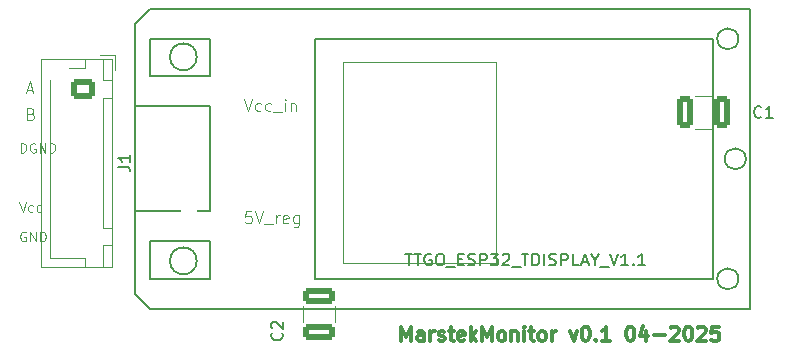
<source format=gto>
%TF.GenerationSoftware,KiCad,Pcbnew,9.0.0-9.0.0-2~ubuntu24.04.1*%
%TF.CreationDate,2025-03-28T20:06:40+01:00*%
%TF.ProjectId,MarstekMonitor,4d617273-7465-46b4-9d6f-6e69746f722e,rev?*%
%TF.SameCoordinates,Original*%
%TF.FileFunction,Legend,Top*%
%TF.FilePolarity,Positive*%
%FSLAX46Y46*%
G04 Gerber Fmt 4.6, Leading zero omitted, Abs format (unit mm)*
G04 Created by KiCad (PCBNEW 9.0.0-9.0.0-2~ubuntu24.04.1) date 2025-03-28 20:06:40*
%MOMM*%
%LPD*%
G01*
G04 APERTURE LIST*
G04 Aperture macros list*
%AMRoundRect*
0 Rectangle with rounded corners*
0 $1 Rounding radius*
0 $2 $3 $4 $5 $6 $7 $8 $9 X,Y pos of 4 corners*
0 Add a 4 corners polygon primitive as box body*
4,1,4,$2,$3,$4,$5,$6,$7,$8,$9,$2,$3,0*
0 Add four circle primitives for the rounded corners*
1,1,$1+$1,$2,$3*
1,1,$1+$1,$4,$5*
1,1,$1+$1,$6,$7*
1,1,$1+$1,$8,$9*
0 Add four rect primitives between the rounded corners*
20,1,$1+$1,$2,$3,$4,$5,0*
20,1,$1+$1,$4,$5,$6,$7,0*
20,1,$1+$1,$6,$7,$8,$9,0*
20,1,$1+$1,$8,$9,$2,$3,0*%
G04 Aperture macros list end*
%ADD10C,0.100000*%
%ADD11C,0.300000*%
%ADD12C,0.150000*%
%ADD13C,0.120000*%
%ADD14C,1.524000*%
%ADD15C,3.200000*%
%ADD16RoundRect,0.250000X-1.100000X0.412500X-1.100000X-0.412500X1.100000X-0.412500X1.100000X0.412500X0*%
%ADD17RoundRect,0.250000X-0.412500X-1.100000X0.412500X-1.100000X0.412500X1.100000X-0.412500X1.100000X0*%
%ADD18C,1.200000*%
%ADD19RoundRect,0.250000X-0.725000X0.600000X-0.725000X-0.600000X0.725000X-0.600000X0.725000X0.600000X0*%
%ADD20O,1.950000X1.700000*%
G04 APERTURE END LIST*
D10*
X107280074Y-83372419D02*
X106803884Y-83372419D01*
X106803884Y-83372419D02*
X106756265Y-83848609D01*
X106756265Y-83848609D02*
X106803884Y-83800990D01*
X106803884Y-83800990D02*
X106899122Y-83753371D01*
X106899122Y-83753371D02*
X107137217Y-83753371D01*
X107137217Y-83753371D02*
X107232455Y-83800990D01*
X107232455Y-83800990D02*
X107280074Y-83848609D01*
X107280074Y-83848609D02*
X107327693Y-83943847D01*
X107327693Y-83943847D02*
X107327693Y-84181942D01*
X107327693Y-84181942D02*
X107280074Y-84277180D01*
X107280074Y-84277180D02*
X107232455Y-84324800D01*
X107232455Y-84324800D02*
X107137217Y-84372419D01*
X107137217Y-84372419D02*
X106899122Y-84372419D01*
X106899122Y-84372419D02*
X106803884Y-84324800D01*
X106803884Y-84324800D02*
X106756265Y-84277180D01*
X107613408Y-83372419D02*
X107946741Y-84372419D01*
X107946741Y-84372419D02*
X108280074Y-83372419D01*
X108375313Y-84467657D02*
X109137217Y-84467657D01*
X109375313Y-84372419D02*
X109375313Y-83705752D01*
X109375313Y-83896228D02*
X109422932Y-83800990D01*
X109422932Y-83800990D02*
X109470551Y-83753371D01*
X109470551Y-83753371D02*
X109565789Y-83705752D01*
X109565789Y-83705752D02*
X109661027Y-83705752D01*
X110375313Y-84324800D02*
X110280075Y-84372419D01*
X110280075Y-84372419D02*
X110089599Y-84372419D01*
X110089599Y-84372419D02*
X109994361Y-84324800D01*
X109994361Y-84324800D02*
X109946742Y-84229561D01*
X109946742Y-84229561D02*
X109946742Y-83848609D01*
X109946742Y-83848609D02*
X109994361Y-83753371D01*
X109994361Y-83753371D02*
X110089599Y-83705752D01*
X110089599Y-83705752D02*
X110280075Y-83705752D01*
X110280075Y-83705752D02*
X110375313Y-83753371D01*
X110375313Y-83753371D02*
X110422932Y-83848609D01*
X110422932Y-83848609D02*
X110422932Y-83943847D01*
X110422932Y-83943847D02*
X109946742Y-84039085D01*
X111280075Y-83705752D02*
X111280075Y-84515276D01*
X111280075Y-84515276D02*
X111232456Y-84610514D01*
X111232456Y-84610514D02*
X111184837Y-84658133D01*
X111184837Y-84658133D02*
X111089599Y-84705752D01*
X111089599Y-84705752D02*
X110946742Y-84705752D01*
X110946742Y-84705752D02*
X110851504Y-84658133D01*
X111280075Y-84324800D02*
X111184837Y-84372419D01*
X111184837Y-84372419D02*
X110994361Y-84372419D01*
X110994361Y-84372419D02*
X110899123Y-84324800D01*
X110899123Y-84324800D02*
X110851504Y-84277180D01*
X110851504Y-84277180D02*
X110803885Y-84181942D01*
X110803885Y-84181942D02*
X110803885Y-83896228D01*
X110803885Y-83896228D02*
X110851504Y-83800990D01*
X110851504Y-83800990D02*
X110899123Y-83753371D01*
X110899123Y-83753371D02*
X110994361Y-83705752D01*
X110994361Y-83705752D02*
X111184837Y-83705752D01*
X111184837Y-83705752D02*
X111280075Y-83753371D01*
X106661027Y-73872419D02*
X106994360Y-74872419D01*
X106994360Y-74872419D02*
X107327693Y-73872419D01*
X108089598Y-74824800D02*
X107994360Y-74872419D01*
X107994360Y-74872419D02*
X107803884Y-74872419D01*
X107803884Y-74872419D02*
X107708646Y-74824800D01*
X107708646Y-74824800D02*
X107661027Y-74777180D01*
X107661027Y-74777180D02*
X107613408Y-74681942D01*
X107613408Y-74681942D02*
X107613408Y-74396228D01*
X107613408Y-74396228D02*
X107661027Y-74300990D01*
X107661027Y-74300990D02*
X107708646Y-74253371D01*
X107708646Y-74253371D02*
X107803884Y-74205752D01*
X107803884Y-74205752D02*
X107994360Y-74205752D01*
X107994360Y-74205752D02*
X108089598Y-74253371D01*
X108946741Y-74824800D02*
X108851503Y-74872419D01*
X108851503Y-74872419D02*
X108661027Y-74872419D01*
X108661027Y-74872419D02*
X108565789Y-74824800D01*
X108565789Y-74824800D02*
X108518170Y-74777180D01*
X108518170Y-74777180D02*
X108470551Y-74681942D01*
X108470551Y-74681942D02*
X108470551Y-74396228D01*
X108470551Y-74396228D02*
X108518170Y-74300990D01*
X108518170Y-74300990D02*
X108565789Y-74253371D01*
X108565789Y-74253371D02*
X108661027Y-74205752D01*
X108661027Y-74205752D02*
X108851503Y-74205752D01*
X108851503Y-74205752D02*
X108946741Y-74253371D01*
X109137218Y-74967657D02*
X109899122Y-74967657D01*
X110137218Y-74872419D02*
X110137218Y-74205752D01*
X110137218Y-73872419D02*
X110089599Y-73920038D01*
X110089599Y-73920038D02*
X110137218Y-73967657D01*
X110137218Y-73967657D02*
X110184837Y-73920038D01*
X110184837Y-73920038D02*
X110137218Y-73872419D01*
X110137218Y-73872419D02*
X110137218Y-73967657D01*
X110613408Y-74205752D02*
X110613408Y-74872419D01*
X110613408Y-74300990D02*
X110661027Y-74253371D01*
X110661027Y-74253371D02*
X110756265Y-74205752D01*
X110756265Y-74205752D02*
X110899122Y-74205752D01*
X110899122Y-74205752D02*
X110994360Y-74253371D01*
X110994360Y-74253371D02*
X111041979Y-74348609D01*
X111041979Y-74348609D02*
X111041979Y-74872419D01*
X87756265Y-78396895D02*
X87756265Y-77596895D01*
X87756265Y-77596895D02*
X87946741Y-77596895D01*
X87946741Y-77596895D02*
X88061027Y-77634990D01*
X88061027Y-77634990D02*
X88137217Y-77711180D01*
X88137217Y-77711180D02*
X88175312Y-77787371D01*
X88175312Y-77787371D02*
X88213408Y-77939752D01*
X88213408Y-77939752D02*
X88213408Y-78054038D01*
X88213408Y-78054038D02*
X88175312Y-78206419D01*
X88175312Y-78206419D02*
X88137217Y-78282609D01*
X88137217Y-78282609D02*
X88061027Y-78358800D01*
X88061027Y-78358800D02*
X87946741Y-78396895D01*
X87946741Y-78396895D02*
X87756265Y-78396895D01*
X88975312Y-77634990D02*
X88899122Y-77596895D01*
X88899122Y-77596895D02*
X88784836Y-77596895D01*
X88784836Y-77596895D02*
X88670550Y-77634990D01*
X88670550Y-77634990D02*
X88594360Y-77711180D01*
X88594360Y-77711180D02*
X88556265Y-77787371D01*
X88556265Y-77787371D02*
X88518169Y-77939752D01*
X88518169Y-77939752D02*
X88518169Y-78054038D01*
X88518169Y-78054038D02*
X88556265Y-78206419D01*
X88556265Y-78206419D02*
X88594360Y-78282609D01*
X88594360Y-78282609D02*
X88670550Y-78358800D01*
X88670550Y-78358800D02*
X88784836Y-78396895D01*
X88784836Y-78396895D02*
X88861027Y-78396895D01*
X88861027Y-78396895D02*
X88975312Y-78358800D01*
X88975312Y-78358800D02*
X89013408Y-78320704D01*
X89013408Y-78320704D02*
X89013408Y-78054038D01*
X89013408Y-78054038D02*
X88861027Y-78054038D01*
X89356265Y-78396895D02*
X89356265Y-77596895D01*
X89356265Y-77596895D02*
X89813408Y-78396895D01*
X89813408Y-78396895D02*
X89813408Y-77596895D01*
X90194360Y-78396895D02*
X90194360Y-77596895D01*
X90194360Y-77596895D02*
X90384836Y-77596895D01*
X90384836Y-77596895D02*
X90499122Y-77634990D01*
X90499122Y-77634990D02*
X90575312Y-77711180D01*
X90575312Y-77711180D02*
X90613407Y-77787371D01*
X90613407Y-77787371D02*
X90651503Y-77939752D01*
X90651503Y-77939752D02*
X90651503Y-78054038D01*
X90651503Y-78054038D02*
X90613407Y-78206419D01*
X90613407Y-78206419D02*
X90575312Y-78282609D01*
X90575312Y-78282609D02*
X90499122Y-78358800D01*
X90499122Y-78358800D02*
X90384836Y-78396895D01*
X90384836Y-78396895D02*
X90194360Y-78396895D01*
X88175312Y-85134990D02*
X88099122Y-85096895D01*
X88099122Y-85096895D02*
X87984836Y-85096895D01*
X87984836Y-85096895D02*
X87870550Y-85134990D01*
X87870550Y-85134990D02*
X87794360Y-85211180D01*
X87794360Y-85211180D02*
X87756265Y-85287371D01*
X87756265Y-85287371D02*
X87718169Y-85439752D01*
X87718169Y-85439752D02*
X87718169Y-85554038D01*
X87718169Y-85554038D02*
X87756265Y-85706419D01*
X87756265Y-85706419D02*
X87794360Y-85782609D01*
X87794360Y-85782609D02*
X87870550Y-85858800D01*
X87870550Y-85858800D02*
X87984836Y-85896895D01*
X87984836Y-85896895D02*
X88061027Y-85896895D01*
X88061027Y-85896895D02*
X88175312Y-85858800D01*
X88175312Y-85858800D02*
X88213408Y-85820704D01*
X88213408Y-85820704D02*
X88213408Y-85554038D01*
X88213408Y-85554038D02*
X88061027Y-85554038D01*
X88556265Y-85896895D02*
X88556265Y-85096895D01*
X88556265Y-85096895D02*
X89013408Y-85896895D01*
X89013408Y-85896895D02*
X89013408Y-85096895D01*
X89394360Y-85896895D02*
X89394360Y-85096895D01*
X89394360Y-85096895D02*
X89584836Y-85096895D01*
X89584836Y-85096895D02*
X89699122Y-85134990D01*
X89699122Y-85134990D02*
X89775312Y-85211180D01*
X89775312Y-85211180D02*
X89813407Y-85287371D01*
X89813407Y-85287371D02*
X89851503Y-85439752D01*
X89851503Y-85439752D02*
X89851503Y-85554038D01*
X89851503Y-85554038D02*
X89813407Y-85706419D01*
X89813407Y-85706419D02*
X89775312Y-85782609D01*
X89775312Y-85782609D02*
X89699122Y-85858800D01*
X89699122Y-85858800D02*
X89584836Y-85896895D01*
X89584836Y-85896895D02*
X89394360Y-85896895D01*
X87641979Y-82596895D02*
X87908646Y-83396895D01*
X87908646Y-83396895D02*
X88175312Y-82596895D01*
X88784836Y-83358800D02*
X88708645Y-83396895D01*
X88708645Y-83396895D02*
X88556264Y-83396895D01*
X88556264Y-83396895D02*
X88480074Y-83358800D01*
X88480074Y-83358800D02*
X88441979Y-83320704D01*
X88441979Y-83320704D02*
X88403883Y-83244514D01*
X88403883Y-83244514D02*
X88403883Y-83015942D01*
X88403883Y-83015942D02*
X88441979Y-82939752D01*
X88441979Y-82939752D02*
X88480074Y-82901657D01*
X88480074Y-82901657D02*
X88556264Y-82863561D01*
X88556264Y-82863561D02*
X88708645Y-82863561D01*
X88708645Y-82863561D02*
X88784836Y-82901657D01*
X89470550Y-83358800D02*
X89394359Y-83396895D01*
X89394359Y-83396895D02*
X89241978Y-83396895D01*
X89241978Y-83396895D02*
X89165788Y-83358800D01*
X89165788Y-83358800D02*
X89127693Y-83320704D01*
X89127693Y-83320704D02*
X89089597Y-83244514D01*
X89089597Y-83244514D02*
X89089597Y-83015942D01*
X89089597Y-83015942D02*
X89127693Y-82939752D01*
X89127693Y-82939752D02*
X89165788Y-82901657D01*
X89165788Y-82901657D02*
X89241978Y-82863561D01*
X89241978Y-82863561D02*
X89394359Y-82863561D01*
X89394359Y-82863561D02*
X89470550Y-82901657D01*
X88637217Y-75103609D02*
X88780074Y-75151228D01*
X88780074Y-75151228D02*
X88827693Y-75198847D01*
X88827693Y-75198847D02*
X88875312Y-75294085D01*
X88875312Y-75294085D02*
X88875312Y-75436942D01*
X88875312Y-75436942D02*
X88827693Y-75532180D01*
X88827693Y-75532180D02*
X88780074Y-75579800D01*
X88780074Y-75579800D02*
X88684836Y-75627419D01*
X88684836Y-75627419D02*
X88303884Y-75627419D01*
X88303884Y-75627419D02*
X88303884Y-74627419D01*
X88303884Y-74627419D02*
X88637217Y-74627419D01*
X88637217Y-74627419D02*
X88732455Y-74675038D01*
X88732455Y-74675038D02*
X88780074Y-74722657D01*
X88780074Y-74722657D02*
X88827693Y-74817895D01*
X88827693Y-74817895D02*
X88827693Y-74913133D01*
X88827693Y-74913133D02*
X88780074Y-75008371D01*
X88780074Y-75008371D02*
X88732455Y-75055990D01*
X88732455Y-75055990D02*
X88637217Y-75103609D01*
X88637217Y-75103609D02*
X88303884Y-75103609D01*
X88256265Y-73086704D02*
X88732455Y-73086704D01*
X88161027Y-73372419D02*
X88494360Y-72372419D01*
X88494360Y-72372419D02*
X88827693Y-73372419D01*
D11*
X119983082Y-94337542D02*
X119983082Y-93137542D01*
X119983082Y-93137542D02*
X120383082Y-93994685D01*
X120383082Y-93994685D02*
X120783082Y-93137542D01*
X120783082Y-93137542D02*
X120783082Y-94337542D01*
X121868797Y-94337542D02*
X121868797Y-93708971D01*
X121868797Y-93708971D02*
X121811654Y-93594685D01*
X121811654Y-93594685D02*
X121697368Y-93537542D01*
X121697368Y-93537542D02*
X121468797Y-93537542D01*
X121468797Y-93537542D02*
X121354511Y-93594685D01*
X121868797Y-94280400D02*
X121754511Y-94337542D01*
X121754511Y-94337542D02*
X121468797Y-94337542D01*
X121468797Y-94337542D02*
X121354511Y-94280400D01*
X121354511Y-94280400D02*
X121297368Y-94166114D01*
X121297368Y-94166114D02*
X121297368Y-94051828D01*
X121297368Y-94051828D02*
X121354511Y-93937542D01*
X121354511Y-93937542D02*
X121468797Y-93880400D01*
X121468797Y-93880400D02*
X121754511Y-93880400D01*
X121754511Y-93880400D02*
X121868797Y-93823257D01*
X122440225Y-94337542D02*
X122440225Y-93537542D01*
X122440225Y-93766114D02*
X122497368Y-93651828D01*
X122497368Y-93651828D02*
X122554511Y-93594685D01*
X122554511Y-93594685D02*
X122668796Y-93537542D01*
X122668796Y-93537542D02*
X122783082Y-93537542D01*
X123125939Y-94280400D02*
X123240225Y-94337542D01*
X123240225Y-94337542D02*
X123468796Y-94337542D01*
X123468796Y-94337542D02*
X123583082Y-94280400D01*
X123583082Y-94280400D02*
X123640225Y-94166114D01*
X123640225Y-94166114D02*
X123640225Y-94108971D01*
X123640225Y-94108971D02*
X123583082Y-93994685D01*
X123583082Y-93994685D02*
X123468796Y-93937542D01*
X123468796Y-93937542D02*
X123297368Y-93937542D01*
X123297368Y-93937542D02*
X123183082Y-93880400D01*
X123183082Y-93880400D02*
X123125939Y-93766114D01*
X123125939Y-93766114D02*
X123125939Y-93708971D01*
X123125939Y-93708971D02*
X123183082Y-93594685D01*
X123183082Y-93594685D02*
X123297368Y-93537542D01*
X123297368Y-93537542D02*
X123468796Y-93537542D01*
X123468796Y-93537542D02*
X123583082Y-93594685D01*
X123983082Y-93537542D02*
X124440225Y-93537542D01*
X124154511Y-93137542D02*
X124154511Y-94166114D01*
X124154511Y-94166114D02*
X124211654Y-94280400D01*
X124211654Y-94280400D02*
X124325939Y-94337542D01*
X124325939Y-94337542D02*
X124440225Y-94337542D01*
X125297368Y-94280400D02*
X125183082Y-94337542D01*
X125183082Y-94337542D02*
X124954511Y-94337542D01*
X124954511Y-94337542D02*
X124840225Y-94280400D01*
X124840225Y-94280400D02*
X124783082Y-94166114D01*
X124783082Y-94166114D02*
X124783082Y-93708971D01*
X124783082Y-93708971D02*
X124840225Y-93594685D01*
X124840225Y-93594685D02*
X124954511Y-93537542D01*
X124954511Y-93537542D02*
X125183082Y-93537542D01*
X125183082Y-93537542D02*
X125297368Y-93594685D01*
X125297368Y-93594685D02*
X125354511Y-93708971D01*
X125354511Y-93708971D02*
X125354511Y-93823257D01*
X125354511Y-93823257D02*
X124783082Y-93937542D01*
X125868796Y-94337542D02*
X125868796Y-93137542D01*
X125983082Y-93880400D02*
X126325939Y-94337542D01*
X126325939Y-93537542D02*
X125868796Y-93994685D01*
X126840225Y-94337542D02*
X126840225Y-93137542D01*
X126840225Y-93137542D02*
X127240225Y-93994685D01*
X127240225Y-93994685D02*
X127640225Y-93137542D01*
X127640225Y-93137542D02*
X127640225Y-94337542D01*
X128383082Y-94337542D02*
X128268797Y-94280400D01*
X128268797Y-94280400D02*
X128211654Y-94223257D01*
X128211654Y-94223257D02*
X128154511Y-94108971D01*
X128154511Y-94108971D02*
X128154511Y-93766114D01*
X128154511Y-93766114D02*
X128211654Y-93651828D01*
X128211654Y-93651828D02*
X128268797Y-93594685D01*
X128268797Y-93594685D02*
X128383082Y-93537542D01*
X128383082Y-93537542D02*
X128554511Y-93537542D01*
X128554511Y-93537542D02*
X128668797Y-93594685D01*
X128668797Y-93594685D02*
X128725940Y-93651828D01*
X128725940Y-93651828D02*
X128783082Y-93766114D01*
X128783082Y-93766114D02*
X128783082Y-94108971D01*
X128783082Y-94108971D02*
X128725940Y-94223257D01*
X128725940Y-94223257D02*
X128668797Y-94280400D01*
X128668797Y-94280400D02*
X128554511Y-94337542D01*
X128554511Y-94337542D02*
X128383082Y-94337542D01*
X129297368Y-93537542D02*
X129297368Y-94337542D01*
X129297368Y-93651828D02*
X129354511Y-93594685D01*
X129354511Y-93594685D02*
X129468796Y-93537542D01*
X129468796Y-93537542D02*
X129640225Y-93537542D01*
X129640225Y-93537542D02*
X129754511Y-93594685D01*
X129754511Y-93594685D02*
X129811654Y-93708971D01*
X129811654Y-93708971D02*
X129811654Y-94337542D01*
X130383082Y-94337542D02*
X130383082Y-93537542D01*
X130383082Y-93137542D02*
X130325939Y-93194685D01*
X130325939Y-93194685D02*
X130383082Y-93251828D01*
X130383082Y-93251828D02*
X130440225Y-93194685D01*
X130440225Y-93194685D02*
X130383082Y-93137542D01*
X130383082Y-93137542D02*
X130383082Y-93251828D01*
X130783082Y-93537542D02*
X131240225Y-93537542D01*
X130954511Y-93137542D02*
X130954511Y-94166114D01*
X130954511Y-94166114D02*
X131011654Y-94280400D01*
X131011654Y-94280400D02*
X131125939Y-94337542D01*
X131125939Y-94337542D02*
X131240225Y-94337542D01*
X131811653Y-94337542D02*
X131697368Y-94280400D01*
X131697368Y-94280400D02*
X131640225Y-94223257D01*
X131640225Y-94223257D02*
X131583082Y-94108971D01*
X131583082Y-94108971D02*
X131583082Y-93766114D01*
X131583082Y-93766114D02*
X131640225Y-93651828D01*
X131640225Y-93651828D02*
X131697368Y-93594685D01*
X131697368Y-93594685D02*
X131811653Y-93537542D01*
X131811653Y-93537542D02*
X131983082Y-93537542D01*
X131983082Y-93537542D02*
X132097368Y-93594685D01*
X132097368Y-93594685D02*
X132154511Y-93651828D01*
X132154511Y-93651828D02*
X132211653Y-93766114D01*
X132211653Y-93766114D02*
X132211653Y-94108971D01*
X132211653Y-94108971D02*
X132154511Y-94223257D01*
X132154511Y-94223257D02*
X132097368Y-94280400D01*
X132097368Y-94280400D02*
X131983082Y-94337542D01*
X131983082Y-94337542D02*
X131811653Y-94337542D01*
X132725939Y-94337542D02*
X132725939Y-93537542D01*
X132725939Y-93766114D02*
X132783082Y-93651828D01*
X132783082Y-93651828D02*
X132840225Y-93594685D01*
X132840225Y-93594685D02*
X132954510Y-93537542D01*
X132954510Y-93537542D02*
X133068796Y-93537542D01*
X134268796Y-93537542D02*
X134554510Y-94337542D01*
X134554510Y-94337542D02*
X134840225Y-93537542D01*
X135525939Y-93137542D02*
X135640225Y-93137542D01*
X135640225Y-93137542D02*
X135754511Y-93194685D01*
X135754511Y-93194685D02*
X135811654Y-93251828D01*
X135811654Y-93251828D02*
X135868796Y-93366114D01*
X135868796Y-93366114D02*
X135925939Y-93594685D01*
X135925939Y-93594685D02*
X135925939Y-93880400D01*
X135925939Y-93880400D02*
X135868796Y-94108971D01*
X135868796Y-94108971D02*
X135811654Y-94223257D01*
X135811654Y-94223257D02*
X135754511Y-94280400D01*
X135754511Y-94280400D02*
X135640225Y-94337542D01*
X135640225Y-94337542D02*
X135525939Y-94337542D01*
X135525939Y-94337542D02*
X135411654Y-94280400D01*
X135411654Y-94280400D02*
X135354511Y-94223257D01*
X135354511Y-94223257D02*
X135297368Y-94108971D01*
X135297368Y-94108971D02*
X135240225Y-93880400D01*
X135240225Y-93880400D02*
X135240225Y-93594685D01*
X135240225Y-93594685D02*
X135297368Y-93366114D01*
X135297368Y-93366114D02*
X135354511Y-93251828D01*
X135354511Y-93251828D02*
X135411654Y-93194685D01*
X135411654Y-93194685D02*
X135525939Y-93137542D01*
X136440225Y-94223257D02*
X136497368Y-94280400D01*
X136497368Y-94280400D02*
X136440225Y-94337542D01*
X136440225Y-94337542D02*
X136383082Y-94280400D01*
X136383082Y-94280400D02*
X136440225Y-94223257D01*
X136440225Y-94223257D02*
X136440225Y-94337542D01*
X137640225Y-94337542D02*
X136954511Y-94337542D01*
X137297368Y-94337542D02*
X137297368Y-93137542D01*
X137297368Y-93137542D02*
X137183082Y-93308971D01*
X137183082Y-93308971D02*
X137068797Y-93423257D01*
X137068797Y-93423257D02*
X136954511Y-93480400D01*
X139297368Y-93137542D02*
X139411654Y-93137542D01*
X139411654Y-93137542D02*
X139525940Y-93194685D01*
X139525940Y-93194685D02*
X139583083Y-93251828D01*
X139583083Y-93251828D02*
X139640225Y-93366114D01*
X139640225Y-93366114D02*
X139697368Y-93594685D01*
X139697368Y-93594685D02*
X139697368Y-93880400D01*
X139697368Y-93880400D02*
X139640225Y-94108971D01*
X139640225Y-94108971D02*
X139583083Y-94223257D01*
X139583083Y-94223257D02*
X139525940Y-94280400D01*
X139525940Y-94280400D02*
X139411654Y-94337542D01*
X139411654Y-94337542D02*
X139297368Y-94337542D01*
X139297368Y-94337542D02*
X139183083Y-94280400D01*
X139183083Y-94280400D02*
X139125940Y-94223257D01*
X139125940Y-94223257D02*
X139068797Y-94108971D01*
X139068797Y-94108971D02*
X139011654Y-93880400D01*
X139011654Y-93880400D02*
X139011654Y-93594685D01*
X139011654Y-93594685D02*
X139068797Y-93366114D01*
X139068797Y-93366114D02*
X139125940Y-93251828D01*
X139125940Y-93251828D02*
X139183083Y-93194685D01*
X139183083Y-93194685D02*
X139297368Y-93137542D01*
X140725940Y-93537542D02*
X140725940Y-94337542D01*
X140440225Y-93080400D02*
X140154511Y-93937542D01*
X140154511Y-93937542D02*
X140897368Y-93937542D01*
X141354511Y-93880400D02*
X142268797Y-93880400D01*
X142783082Y-93251828D02*
X142840225Y-93194685D01*
X142840225Y-93194685D02*
X142954511Y-93137542D01*
X142954511Y-93137542D02*
X143240225Y-93137542D01*
X143240225Y-93137542D02*
X143354511Y-93194685D01*
X143354511Y-93194685D02*
X143411653Y-93251828D01*
X143411653Y-93251828D02*
X143468796Y-93366114D01*
X143468796Y-93366114D02*
X143468796Y-93480400D01*
X143468796Y-93480400D02*
X143411653Y-93651828D01*
X143411653Y-93651828D02*
X142725939Y-94337542D01*
X142725939Y-94337542D02*
X143468796Y-94337542D01*
X144211653Y-93137542D02*
X144325939Y-93137542D01*
X144325939Y-93137542D02*
X144440225Y-93194685D01*
X144440225Y-93194685D02*
X144497368Y-93251828D01*
X144497368Y-93251828D02*
X144554510Y-93366114D01*
X144554510Y-93366114D02*
X144611653Y-93594685D01*
X144611653Y-93594685D02*
X144611653Y-93880400D01*
X144611653Y-93880400D02*
X144554510Y-94108971D01*
X144554510Y-94108971D02*
X144497368Y-94223257D01*
X144497368Y-94223257D02*
X144440225Y-94280400D01*
X144440225Y-94280400D02*
X144325939Y-94337542D01*
X144325939Y-94337542D02*
X144211653Y-94337542D01*
X144211653Y-94337542D02*
X144097368Y-94280400D01*
X144097368Y-94280400D02*
X144040225Y-94223257D01*
X144040225Y-94223257D02*
X143983082Y-94108971D01*
X143983082Y-94108971D02*
X143925939Y-93880400D01*
X143925939Y-93880400D02*
X143925939Y-93594685D01*
X143925939Y-93594685D02*
X143983082Y-93366114D01*
X143983082Y-93366114D02*
X144040225Y-93251828D01*
X144040225Y-93251828D02*
X144097368Y-93194685D01*
X144097368Y-93194685D02*
X144211653Y-93137542D01*
X145068796Y-93251828D02*
X145125939Y-93194685D01*
X145125939Y-93194685D02*
X145240225Y-93137542D01*
X145240225Y-93137542D02*
X145525939Y-93137542D01*
X145525939Y-93137542D02*
X145640225Y-93194685D01*
X145640225Y-93194685D02*
X145697367Y-93251828D01*
X145697367Y-93251828D02*
X145754510Y-93366114D01*
X145754510Y-93366114D02*
X145754510Y-93480400D01*
X145754510Y-93480400D02*
X145697367Y-93651828D01*
X145697367Y-93651828D02*
X145011653Y-94337542D01*
X145011653Y-94337542D02*
X145754510Y-94337542D01*
X146840224Y-93137542D02*
X146268796Y-93137542D01*
X146268796Y-93137542D02*
X146211653Y-93708971D01*
X146211653Y-93708971D02*
X146268796Y-93651828D01*
X146268796Y-93651828D02*
X146383082Y-93594685D01*
X146383082Y-93594685D02*
X146668796Y-93594685D01*
X146668796Y-93594685D02*
X146783082Y-93651828D01*
X146783082Y-93651828D02*
X146840224Y-93708971D01*
X146840224Y-93708971D02*
X146897367Y-93823257D01*
X146897367Y-93823257D02*
X146897367Y-94108971D01*
X146897367Y-94108971D02*
X146840224Y-94223257D01*
X146840224Y-94223257D02*
X146783082Y-94280400D01*
X146783082Y-94280400D02*
X146668796Y-94337542D01*
X146668796Y-94337542D02*
X146383082Y-94337542D01*
X146383082Y-94337542D02*
X146268796Y-94280400D01*
X146268796Y-94280400D02*
X146211653Y-94223257D01*
D12*
X109859580Y-93666666D02*
X109907200Y-93714285D01*
X109907200Y-93714285D02*
X109954819Y-93857142D01*
X109954819Y-93857142D02*
X109954819Y-93952380D01*
X109954819Y-93952380D02*
X109907200Y-94095237D01*
X109907200Y-94095237D02*
X109811961Y-94190475D01*
X109811961Y-94190475D02*
X109716723Y-94238094D01*
X109716723Y-94238094D02*
X109526247Y-94285713D01*
X109526247Y-94285713D02*
X109383390Y-94285713D01*
X109383390Y-94285713D02*
X109192914Y-94238094D01*
X109192914Y-94238094D02*
X109097676Y-94190475D01*
X109097676Y-94190475D02*
X109002438Y-94095237D01*
X109002438Y-94095237D02*
X108954819Y-93952380D01*
X108954819Y-93952380D02*
X108954819Y-93857142D01*
X108954819Y-93857142D02*
X109002438Y-93714285D01*
X109002438Y-93714285D02*
X109050057Y-93666666D01*
X109050057Y-93285713D02*
X109002438Y-93238094D01*
X109002438Y-93238094D02*
X108954819Y-93142856D01*
X108954819Y-93142856D02*
X108954819Y-92904761D01*
X108954819Y-92904761D02*
X109002438Y-92809523D01*
X109002438Y-92809523D02*
X109050057Y-92761904D01*
X109050057Y-92761904D02*
X109145295Y-92714285D01*
X109145295Y-92714285D02*
X109240533Y-92714285D01*
X109240533Y-92714285D02*
X109383390Y-92761904D01*
X109383390Y-92761904D02*
X109954819Y-93333332D01*
X109954819Y-93333332D02*
X109954819Y-92714285D01*
X150458333Y-75359580D02*
X150410714Y-75407200D01*
X150410714Y-75407200D02*
X150267857Y-75454819D01*
X150267857Y-75454819D02*
X150172619Y-75454819D01*
X150172619Y-75454819D02*
X150029762Y-75407200D01*
X150029762Y-75407200D02*
X149934524Y-75311961D01*
X149934524Y-75311961D02*
X149886905Y-75216723D01*
X149886905Y-75216723D02*
X149839286Y-75026247D01*
X149839286Y-75026247D02*
X149839286Y-74883390D01*
X149839286Y-74883390D02*
X149886905Y-74692914D01*
X149886905Y-74692914D02*
X149934524Y-74597676D01*
X149934524Y-74597676D02*
X150029762Y-74502438D01*
X150029762Y-74502438D02*
X150172619Y-74454819D01*
X150172619Y-74454819D02*
X150267857Y-74454819D01*
X150267857Y-74454819D02*
X150410714Y-74502438D01*
X150410714Y-74502438D02*
X150458333Y-74550057D01*
X151410714Y-75454819D02*
X150839286Y-75454819D01*
X151125000Y-75454819D02*
X151125000Y-74454819D01*
X151125000Y-74454819D02*
X151029762Y-74597676D01*
X151029762Y-74597676D02*
X150934524Y-74692914D01*
X150934524Y-74692914D02*
X150839286Y-74740533D01*
X96004819Y-79583333D02*
X96719104Y-79583333D01*
X96719104Y-79583333D02*
X96861961Y-79630952D01*
X96861961Y-79630952D02*
X96957200Y-79726190D01*
X96957200Y-79726190D02*
X97004819Y-79869047D01*
X97004819Y-79869047D02*
X97004819Y-79964285D01*
X97004819Y-78583333D02*
X97004819Y-79154761D01*
X97004819Y-78869047D02*
X96004819Y-78869047D01*
X96004819Y-78869047D02*
X96147676Y-78964285D01*
X96147676Y-78964285D02*
X96242914Y-79059523D01*
X96242914Y-79059523D02*
X96290533Y-79154761D01*
X120309523Y-86954819D02*
X120880951Y-86954819D01*
X120595237Y-87954819D02*
X120595237Y-86954819D01*
X121071428Y-86954819D02*
X121642856Y-86954819D01*
X121357142Y-87954819D02*
X121357142Y-86954819D01*
X122499999Y-87002438D02*
X122404761Y-86954819D01*
X122404761Y-86954819D02*
X122261904Y-86954819D01*
X122261904Y-86954819D02*
X122119047Y-87002438D01*
X122119047Y-87002438D02*
X122023809Y-87097676D01*
X122023809Y-87097676D02*
X121976190Y-87192914D01*
X121976190Y-87192914D02*
X121928571Y-87383390D01*
X121928571Y-87383390D02*
X121928571Y-87526247D01*
X121928571Y-87526247D02*
X121976190Y-87716723D01*
X121976190Y-87716723D02*
X122023809Y-87811961D01*
X122023809Y-87811961D02*
X122119047Y-87907200D01*
X122119047Y-87907200D02*
X122261904Y-87954819D01*
X122261904Y-87954819D02*
X122357142Y-87954819D01*
X122357142Y-87954819D02*
X122499999Y-87907200D01*
X122499999Y-87907200D02*
X122547618Y-87859580D01*
X122547618Y-87859580D02*
X122547618Y-87526247D01*
X122547618Y-87526247D02*
X122357142Y-87526247D01*
X123166666Y-86954819D02*
X123357142Y-86954819D01*
X123357142Y-86954819D02*
X123452380Y-87002438D01*
X123452380Y-87002438D02*
X123547618Y-87097676D01*
X123547618Y-87097676D02*
X123595237Y-87288152D01*
X123595237Y-87288152D02*
X123595237Y-87621485D01*
X123595237Y-87621485D02*
X123547618Y-87811961D01*
X123547618Y-87811961D02*
X123452380Y-87907200D01*
X123452380Y-87907200D02*
X123357142Y-87954819D01*
X123357142Y-87954819D02*
X123166666Y-87954819D01*
X123166666Y-87954819D02*
X123071428Y-87907200D01*
X123071428Y-87907200D02*
X122976190Y-87811961D01*
X122976190Y-87811961D02*
X122928571Y-87621485D01*
X122928571Y-87621485D02*
X122928571Y-87288152D01*
X122928571Y-87288152D02*
X122976190Y-87097676D01*
X122976190Y-87097676D02*
X123071428Y-87002438D01*
X123071428Y-87002438D02*
X123166666Y-86954819D01*
X123785714Y-88050057D02*
X124547618Y-88050057D01*
X124785714Y-87431009D02*
X125119047Y-87431009D01*
X125261904Y-87954819D02*
X124785714Y-87954819D01*
X124785714Y-87954819D02*
X124785714Y-86954819D01*
X124785714Y-86954819D02*
X125261904Y-86954819D01*
X125642857Y-87907200D02*
X125785714Y-87954819D01*
X125785714Y-87954819D02*
X126023809Y-87954819D01*
X126023809Y-87954819D02*
X126119047Y-87907200D01*
X126119047Y-87907200D02*
X126166666Y-87859580D01*
X126166666Y-87859580D02*
X126214285Y-87764342D01*
X126214285Y-87764342D02*
X126214285Y-87669104D01*
X126214285Y-87669104D02*
X126166666Y-87573866D01*
X126166666Y-87573866D02*
X126119047Y-87526247D01*
X126119047Y-87526247D02*
X126023809Y-87478628D01*
X126023809Y-87478628D02*
X125833333Y-87431009D01*
X125833333Y-87431009D02*
X125738095Y-87383390D01*
X125738095Y-87383390D02*
X125690476Y-87335771D01*
X125690476Y-87335771D02*
X125642857Y-87240533D01*
X125642857Y-87240533D02*
X125642857Y-87145295D01*
X125642857Y-87145295D02*
X125690476Y-87050057D01*
X125690476Y-87050057D02*
X125738095Y-87002438D01*
X125738095Y-87002438D02*
X125833333Y-86954819D01*
X125833333Y-86954819D02*
X126071428Y-86954819D01*
X126071428Y-86954819D02*
X126214285Y-87002438D01*
X126642857Y-87954819D02*
X126642857Y-86954819D01*
X126642857Y-86954819D02*
X127023809Y-86954819D01*
X127023809Y-86954819D02*
X127119047Y-87002438D01*
X127119047Y-87002438D02*
X127166666Y-87050057D01*
X127166666Y-87050057D02*
X127214285Y-87145295D01*
X127214285Y-87145295D02*
X127214285Y-87288152D01*
X127214285Y-87288152D02*
X127166666Y-87383390D01*
X127166666Y-87383390D02*
X127119047Y-87431009D01*
X127119047Y-87431009D02*
X127023809Y-87478628D01*
X127023809Y-87478628D02*
X126642857Y-87478628D01*
X127547619Y-86954819D02*
X128166666Y-86954819D01*
X128166666Y-86954819D02*
X127833333Y-87335771D01*
X127833333Y-87335771D02*
X127976190Y-87335771D01*
X127976190Y-87335771D02*
X128071428Y-87383390D01*
X128071428Y-87383390D02*
X128119047Y-87431009D01*
X128119047Y-87431009D02*
X128166666Y-87526247D01*
X128166666Y-87526247D02*
X128166666Y-87764342D01*
X128166666Y-87764342D02*
X128119047Y-87859580D01*
X128119047Y-87859580D02*
X128071428Y-87907200D01*
X128071428Y-87907200D02*
X127976190Y-87954819D01*
X127976190Y-87954819D02*
X127690476Y-87954819D01*
X127690476Y-87954819D02*
X127595238Y-87907200D01*
X127595238Y-87907200D02*
X127547619Y-87859580D01*
X128547619Y-87050057D02*
X128595238Y-87002438D01*
X128595238Y-87002438D02*
X128690476Y-86954819D01*
X128690476Y-86954819D02*
X128928571Y-86954819D01*
X128928571Y-86954819D02*
X129023809Y-87002438D01*
X129023809Y-87002438D02*
X129071428Y-87050057D01*
X129071428Y-87050057D02*
X129119047Y-87145295D01*
X129119047Y-87145295D02*
X129119047Y-87240533D01*
X129119047Y-87240533D02*
X129071428Y-87383390D01*
X129071428Y-87383390D02*
X128500000Y-87954819D01*
X128500000Y-87954819D02*
X129119047Y-87954819D01*
X129309524Y-88050057D02*
X130071428Y-88050057D01*
X130166667Y-86954819D02*
X130738095Y-86954819D01*
X130452381Y-87954819D02*
X130452381Y-86954819D01*
X131071429Y-87954819D02*
X131071429Y-86954819D01*
X131071429Y-86954819D02*
X131309524Y-86954819D01*
X131309524Y-86954819D02*
X131452381Y-87002438D01*
X131452381Y-87002438D02*
X131547619Y-87097676D01*
X131547619Y-87097676D02*
X131595238Y-87192914D01*
X131595238Y-87192914D02*
X131642857Y-87383390D01*
X131642857Y-87383390D02*
X131642857Y-87526247D01*
X131642857Y-87526247D02*
X131595238Y-87716723D01*
X131595238Y-87716723D02*
X131547619Y-87811961D01*
X131547619Y-87811961D02*
X131452381Y-87907200D01*
X131452381Y-87907200D02*
X131309524Y-87954819D01*
X131309524Y-87954819D02*
X131071429Y-87954819D01*
X132071429Y-87954819D02*
X132071429Y-86954819D01*
X132500000Y-87907200D02*
X132642857Y-87954819D01*
X132642857Y-87954819D02*
X132880952Y-87954819D01*
X132880952Y-87954819D02*
X132976190Y-87907200D01*
X132976190Y-87907200D02*
X133023809Y-87859580D01*
X133023809Y-87859580D02*
X133071428Y-87764342D01*
X133071428Y-87764342D02*
X133071428Y-87669104D01*
X133071428Y-87669104D02*
X133023809Y-87573866D01*
X133023809Y-87573866D02*
X132976190Y-87526247D01*
X132976190Y-87526247D02*
X132880952Y-87478628D01*
X132880952Y-87478628D02*
X132690476Y-87431009D01*
X132690476Y-87431009D02*
X132595238Y-87383390D01*
X132595238Y-87383390D02*
X132547619Y-87335771D01*
X132547619Y-87335771D02*
X132500000Y-87240533D01*
X132500000Y-87240533D02*
X132500000Y-87145295D01*
X132500000Y-87145295D02*
X132547619Y-87050057D01*
X132547619Y-87050057D02*
X132595238Y-87002438D01*
X132595238Y-87002438D02*
X132690476Y-86954819D01*
X132690476Y-86954819D02*
X132928571Y-86954819D01*
X132928571Y-86954819D02*
X133071428Y-87002438D01*
X133500000Y-87954819D02*
X133500000Y-86954819D01*
X133500000Y-86954819D02*
X133880952Y-86954819D01*
X133880952Y-86954819D02*
X133976190Y-87002438D01*
X133976190Y-87002438D02*
X134023809Y-87050057D01*
X134023809Y-87050057D02*
X134071428Y-87145295D01*
X134071428Y-87145295D02*
X134071428Y-87288152D01*
X134071428Y-87288152D02*
X134023809Y-87383390D01*
X134023809Y-87383390D02*
X133976190Y-87431009D01*
X133976190Y-87431009D02*
X133880952Y-87478628D01*
X133880952Y-87478628D02*
X133500000Y-87478628D01*
X134976190Y-87954819D02*
X134500000Y-87954819D01*
X134500000Y-87954819D02*
X134500000Y-86954819D01*
X135261905Y-87669104D02*
X135738095Y-87669104D01*
X135166667Y-87954819D02*
X135500000Y-86954819D01*
X135500000Y-86954819D02*
X135833333Y-87954819D01*
X136357143Y-87478628D02*
X136357143Y-87954819D01*
X136023810Y-86954819D02*
X136357143Y-87478628D01*
X136357143Y-87478628D02*
X136690476Y-86954819D01*
X136785715Y-88050057D02*
X137547619Y-88050057D01*
X137642858Y-86954819D02*
X137976191Y-87954819D01*
X137976191Y-87954819D02*
X138309524Y-86954819D01*
X139166667Y-87954819D02*
X138595239Y-87954819D01*
X138880953Y-87954819D02*
X138880953Y-86954819D01*
X138880953Y-86954819D02*
X138785715Y-87097676D01*
X138785715Y-87097676D02*
X138690477Y-87192914D01*
X138690477Y-87192914D02*
X138595239Y-87240533D01*
X139595239Y-87859580D02*
X139642858Y-87907200D01*
X139642858Y-87907200D02*
X139595239Y-87954819D01*
X139595239Y-87954819D02*
X139547620Y-87907200D01*
X139547620Y-87907200D02*
X139595239Y-87859580D01*
X139595239Y-87859580D02*
X139595239Y-87954819D01*
X140595238Y-87954819D02*
X140023810Y-87954819D01*
X140309524Y-87954819D02*
X140309524Y-86954819D01*
X140309524Y-86954819D02*
X140214286Y-87097676D01*
X140214286Y-87097676D02*
X140119048Y-87192914D01*
X140119048Y-87192914D02*
X140023810Y-87240533D01*
%TO.C,BuckBoostModuleFixed5V1*%
D10*
X115000000Y-87750000D02*
X128000000Y-87750000D01*
X128000000Y-70750000D01*
X115000000Y-70750000D01*
X115000000Y-87750000D01*
D13*
%TO.C,C2*%
X111640000Y-91351248D02*
X111640000Y-92773752D01*
X114360000Y-91351248D02*
X114360000Y-92773752D01*
%TO.C,C1*%
X144851248Y-73640000D02*
X146273752Y-73640000D01*
X144851248Y-76360000D02*
X146273752Y-76360000D01*
%TO.C,J1*%
X95750000Y-70150000D02*
X94500000Y-70150000D01*
X95750000Y-71400000D02*
X95750000Y-70150000D01*
X95460000Y-70440000D02*
X89490000Y-70440000D01*
X95460000Y-88060000D02*
X95460000Y-70440000D01*
X95450000Y-70450000D02*
X94700000Y-70450000D01*
X95450000Y-72250000D02*
X95450000Y-70450000D01*
X95450000Y-73750000D02*
X94700000Y-73750000D01*
X95450000Y-84750000D02*
X95450000Y-73750000D01*
X95450000Y-86250000D02*
X94700000Y-86250000D01*
X95450000Y-88050000D02*
X95450000Y-86250000D01*
X94700000Y-70450000D02*
X94700000Y-72250000D01*
X94700000Y-72250000D02*
X95450000Y-72250000D01*
X94700000Y-73750000D02*
X94700000Y-84750000D01*
X94700000Y-84750000D02*
X95450000Y-84750000D01*
X94700000Y-86250000D02*
X94700000Y-88050000D01*
X94700000Y-88050000D02*
X95450000Y-88050000D01*
X93200000Y-70450000D02*
X93200000Y-71200000D01*
X93200000Y-71200000D02*
X91860000Y-71200000D01*
X93200000Y-87300000D02*
X90250000Y-87300000D01*
X93200000Y-88050000D02*
X93200000Y-87300000D01*
X90250000Y-79250000D02*
X90250000Y-72260000D01*
X90250000Y-87300000D02*
X90250000Y-79250000D01*
X89490000Y-70440000D02*
X89490000Y-88060000D01*
X89490000Y-88060000D02*
X95460000Y-88060000D01*
D12*
%TO.C,TTGO1*%
X149148026Y-78930000D02*
G75*
G02*
X147351974Y-78930000I-898026J0D01*
G01*
X147351974Y-78930000D02*
G75*
G02*
X149148026Y-78930000I898026J0D01*
G01*
X148513026Y-89090000D02*
G75*
G02*
X146716974Y-89090000I-898026J0D01*
G01*
X146716974Y-89090000D02*
G75*
G02*
X148513026Y-89090000I898026J0D01*
G01*
X148513026Y-68770000D02*
G75*
G02*
X146716974Y-68770000I-898026J0D01*
G01*
X146716974Y-68770000D02*
G75*
G02*
X148513026Y-68770000I898026J0D01*
G01*
X102649923Y-87566000D02*
G75*
G02*
X100378077Y-87566000I-1135923J0D01*
G01*
X100378077Y-87566000D02*
G75*
G02*
X102649923Y-87566000I1135923J0D01*
G01*
X102649923Y-70294000D02*
G75*
G02*
X100378077Y-70294000I-1135923J0D01*
G01*
X100378077Y-70294000D02*
G75*
G02*
X102649923Y-70294000I1135923J0D01*
G01*
X149520000Y-91630000D02*
X144440000Y-91630000D01*
X149520000Y-66230000D02*
X149520000Y-91630000D01*
X149520000Y-66230000D02*
X145710000Y-66230000D01*
X146345000Y-89090000D02*
X112690000Y-89090000D01*
X146345000Y-68770000D02*
X146345000Y-89090000D01*
X145710000Y-66230000D02*
X99990000Y-66230000D01*
X144440000Y-91630000D02*
X99990000Y-91630000D01*
X112690000Y-89090000D02*
X112690000Y-68770000D01*
X112690000Y-68770000D02*
X146345000Y-68770000D01*
X103800000Y-89090000D02*
X98720000Y-89090000D01*
X103800000Y-85915000D02*
X103800000Y-89090000D01*
X103800000Y-83375000D02*
X97450000Y-83375000D01*
X103800000Y-74485000D02*
X103800000Y-83375000D01*
X103800000Y-71945000D02*
X98720000Y-71945000D01*
X103800000Y-68770000D02*
X103800000Y-71945000D01*
X101260000Y-74485000D02*
X103800000Y-74485000D01*
X101260000Y-74485000D02*
X97450000Y-74485000D01*
X99990000Y-91630000D02*
X98720000Y-91630000D01*
X98720000Y-91630000D02*
X97450000Y-90360000D01*
X98720000Y-89090000D02*
X98720000Y-85915000D01*
X98720000Y-85915000D02*
X103800000Y-85915000D01*
X98720000Y-71945000D02*
X98720000Y-68770000D01*
X98720000Y-68770000D02*
X103800000Y-68770000D01*
X98720000Y-66230000D02*
X99990000Y-66230000D01*
X97450000Y-90360000D02*
X97450000Y-67500000D01*
X97450000Y-83375000D02*
X101260000Y-83375000D01*
X97450000Y-67500000D02*
X98720000Y-66230000D01*
%TD*%
%LPC*%
D14*
%TO.C,RS485_TTL_Board1*%
X141500000Y-74765000D03*
X141500000Y-77305000D03*
X141500000Y-79845000D03*
X141500000Y-82385000D03*
X102000000Y-73500000D03*
X102000000Y-78580000D03*
X102000000Y-83660000D03*
%TD*%
D15*
%TO.C,H1*%
X90500000Y-66000000D03*
%TD*%
%TO.C,H2*%
X90500000Y-92500000D03*
%TD*%
D14*
%TO.C,BuckBoostModuleFixed5V1*%
X125500000Y-72500000D03*
X117500000Y-72500000D03*
X125500000Y-86000000D03*
X117500000Y-86000000D03*
%TD*%
D15*
%TO.C,H3*%
X153500000Y-66000000D03*
%TD*%
D16*
%TO.C,C2*%
X113000000Y-90500000D03*
X113000000Y-93625000D03*
%TD*%
D17*
%TO.C,C1*%
X144000000Y-75000000D03*
X147125000Y-75000000D03*
%TD*%
D15*
%TO.C,H4*%
X153500000Y-92500000D03*
%TD*%
D18*
%TO.C,J1*%
X91000000Y-71400000D03*
D19*
X93000000Y-73000000D03*
D20*
X93000000Y-75500000D03*
X93000000Y-78000000D03*
X93000000Y-80500000D03*
X93000000Y-83000000D03*
X93000000Y-85500000D03*
%TD*%
D14*
%TO.C,TTGO1*%
X116500000Y-67500000D03*
X119040000Y-67500000D03*
X121580000Y-67500000D03*
X124120000Y-67500000D03*
X126660000Y-67500000D03*
X129200000Y-67500000D03*
X131740000Y-67500000D03*
X134280000Y-67500000D03*
X136820000Y-67500000D03*
X139360000Y-67500000D03*
X141900000Y-67500000D03*
X144440000Y-67500000D03*
X144440000Y-90360000D03*
X141900000Y-90360000D03*
X139360000Y-90360000D03*
X136820000Y-90360000D03*
X134280000Y-90360000D03*
X131740000Y-90360000D03*
X129200000Y-90360000D03*
X126660000Y-90360000D03*
X124120000Y-90360000D03*
X121580000Y-90360000D03*
X119040000Y-90360000D03*
X116500000Y-90360000D03*
X147615000Y-89090000D03*
X147615000Y-68770000D03*
%TD*%
%LPD*%
M02*

</source>
